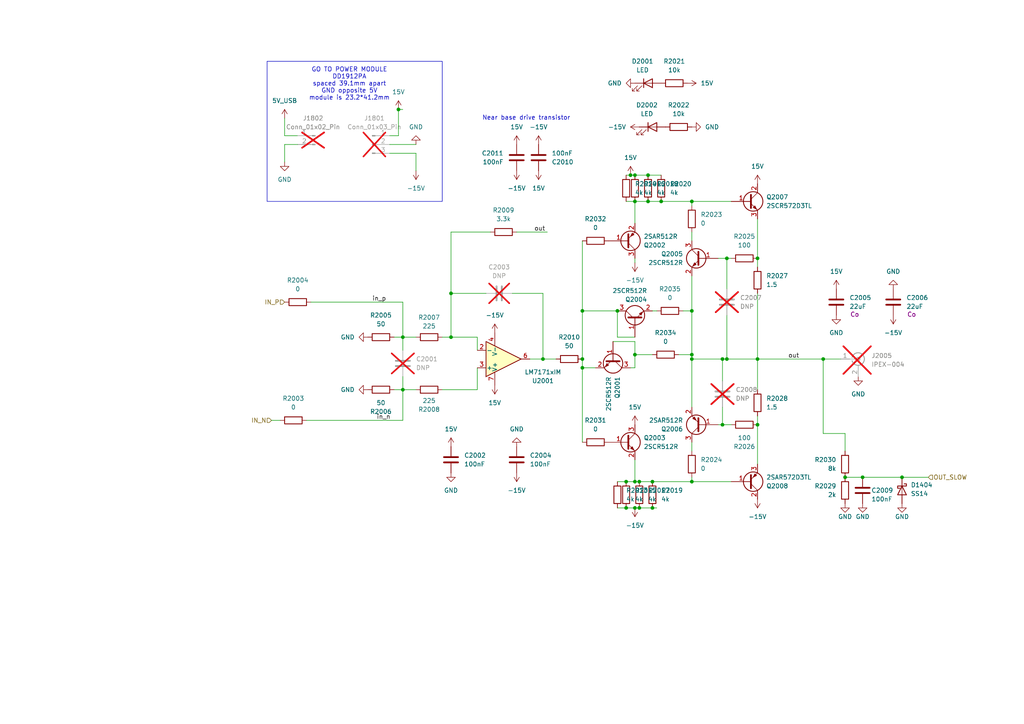
<source format=kicad_sch>
(kicad_sch (version 20250114) (generator "eeschema") (generator_version "9.0")
  (paper "A4")
  (lib_symbols
    (symbol "Amplifier_Operational:LM7171xIM" (pin_names (offset 0.127))
      (property "Reference" "U" (at 0 6.35 0))
      (property "Value" "LM7171xIM" (at 0 3.81 0))
      (symbol "LM7171xIM_1_1"
        (polyline (pts (xy -5.08 5.08) (xy 5.08 0) (xy -5.08 -5.08) (xy -5.08 5.08)) (stroke (width 0.254)) (fill (type background)))
        (pin input line (at -7.62 2.54 0) (length 2.54) (name "+") (number "3"))
        (pin input line (at -7.62 -2.54 0) (length 2.54) (name "-") (number "2"))
        (pin power_in line (at -2.54 7.62 270) (length 3.81) (name "V+") (number "7"))
        (pin power_in line (at -2.54 -7.62 90) (length 3.81) (name "V-") (number "4"))
        (pin no_connect line (at 0 2.54 270) (length 5.08) (hide yes) (name "NC") (number "1"))
        (pin no_connect line (at 0 -2.54 90) (length 5.08) (hide yes) (name "NC") (number "5"))
        (pin no_connect line (at 2.54 -1.27 90) (length 6.35) (hide yes) (name "NC") (number "8"))
        (pin output line (at 7.62 0 180) (length 2.54) (name "~") (number "6"))
      )
    )
    (symbol "Connector:Conn_01x02_Pin" (pin_names (offset 1.016) (hide yes))
      (property "Reference" "J" (at 0 2.54 0))
      (property "Value" "Conn_01x02_Pin" (at 0 -5.08 0))
      (symbol "Conn_01x02_Pin_1_1"
        (rectangle (start 0.8636 0.127) (end 0 -0.127) (stroke (width 0.1524)) (fill (type outline)))
        (rectangle (start 0.8636 -2.413) (end 0 -2.667) (stroke (width 0.1524)) (fill (type outline)))
        (polyline (pts (xy 1.27 0) (xy 0.8636 0)) (stroke (width 0.1524)))
        (polyline (pts (xy 1.27 -2.54) (xy 0.8636 -2.54)) (stroke (width 0.1524)))
        (pin passive line (at 5.08 0 180) (length 3.81) (name "Pin_1") (number "1"))
        (pin passive line (at 5.08 -2.54 180) (length 3.81) (name "Pin_2") (number "2"))
      )
    )
    (symbol "Connector:Conn_01x03_Pin" (pin_names (offset 1.016) (hide yes))
      (property "Reference" "J" (at 0 5.08 0))
      (property "Value" "Conn_01x03_Pin" (at 0 -5.08 0))
      (symbol "Conn_01x03_Pin_1_1"
        (rectangle (start 0.8636 2.667) (end 0 2.413) (stroke (width 0.1524)) (fill (type outline)))
        (rectangle (start 0.8636 0.127) (end 0 -0.127) (stroke (width 0.1524)) (fill (type outline)))
        (rectangle (start 0.8636 -2.413) (end 0 -2.667) (stroke (width 0.1524)) (fill (type outline)))
        (polyline (pts (xy 1.27 2.54) (xy 0.8636 2.54)) (stroke (width 0.1524)))
        (polyline (pts (xy 1.27 0) (xy 0.8636 0)) (stroke (width 0.1524)))
        (polyline (pts (xy 1.27 -2.54) (xy 0.8636 -2.54)) (stroke (width 0.1524)))
        (pin passive line (at 5.08 2.54 180) (length 3.81) (name "Pin_1") (number "1"))
        (pin passive line (at 5.08 0 180) (length 3.81) (name "Pin_2") (number "2"))
        (pin passive line (at 5.08 -2.54 180) (length 3.81) (name "Pin_3") (number "3"))
      )
    )
    (symbol "Connector:Conn_Coaxial" (pin_names (offset 1.016) (hide yes)) (in_bom no)
      (property "Reference" "J" (at 0.254 3.048 0))
      (property "Value" "Conn_Coaxial" (at 2.921 0 90))
      (symbol "Conn_Coaxial_0_1"
        (polyline (pts (xy -2.54 0) (xy -0.508 0)))
        (arc (start 1.778 0) (mid 0.222 -1.8079) (end -1.778 -0.508) (stroke (width 0.254)))
        (arc (start -1.778 0.508) (mid 0.2221 1.8084) (end 1.778 0) (stroke (width 0.254)))
        (circle (center 0 0) (radius 0.508) (stroke (width 0.2032)))
        (polyline (pts (xy 0 -2.54) (xy 0 -1.778)))
      )
      (symbol "Conn_Coaxial_1_1"
        (pin passive line (at -5.08 0 0) (length 2.54) (name "In") (number "1"))
        (pin passive line (at 0 -5.08 90) (length 2.54) (name "Ext") (number "2"))
      )
    )
    (symbol "Device:C" (pin_numbers (hide yes)) (pin_names (offset 0.254))
      (property "Reference" "C" (at 0.635 2.54 0))
      (property "Value" "C" (at 0.635 -2.54 0))
      (symbol "C_0_1"
        (polyline (pts (xy -2.032 0.762) (xy 2.032 0.762)) (stroke (width 0.508)))
        (polyline (pts (xy -2.032 -0.762) (xy 2.032 -0.762)) (stroke (width 0.508)))
      )
      (symbol "C_1_1"
        (pin passive line (at 0 3.81 270) (length 2.794) (name "~") (number "1"))
        (pin passive line (at 0 -3.81 90) (length 2.794) (name "~") (number "2"))
      )
    )
    (symbol "Device:D_Schottky" (pin_numbers (hide yes)) (pin_names (offset 1.016) (hide yes))
      (property "Reference" "D" (at 0 2.54 0))
      (property "Value" "D_Schottky" (at 0 -2.54 0))
      (symbol "D_Schottky_0_1"
        (polyline (pts (xy -1.905 0.635) (xy -1.905 1.27) (xy -1.27 1.27) (xy -1.27 -1.27) (xy -0.635 -1.27) (xy -0.635 -0.635)) (stroke (width 0.254)))
        (polyline (pts (xy 1.27 1.27) (xy 1.27 -1.27) (xy -1.27 0) (xy 1.27 1.27)) (stroke (width 0.254)))
        (polyline (pts (xy 1.27 0) (xy -1.27 0)))
      )
      (symbol "D_Schottky_1_1"
        (pin passive line (at -3.81 0 0) (length 2.54) (name "K") (number "1"))
        (pin passive line (at 3.81 0 180) (length 2.54) (name "A") (number "2"))
      )
    )
    (symbol "Device:LED" (pin_numbers (hide yes)) (pin_names (offset 1.016) (hide yes))
      (property "Reference" "D" (at 0 2.54 0))
      (property "Value" "LED" (at 0 -2.54 0))
      (symbol "LED_0_1"
        (polyline (pts (xy -3.048 -0.762) (xy -4.572 -2.286) (xy -3.81 -2.286) (xy -4.572 -2.286) (xy -4.572 -1.524)))
        (polyline (pts (xy -1.778 -0.762) (xy -3.302 -2.286) (xy -2.54 -2.286) (xy -3.302 -2.286) (xy -3.302 -1.524)))
        (polyline (pts (xy -1.27 0) (xy 1.27 0)))
        (polyline (pts (xy -1.27 -1.27) (xy -1.27 1.27)) (stroke (width 0.254)))
        (polyline (pts (xy 1.27 -1.27) (xy 1.27 1.27) (xy -1.27 0) (xy 1.27 -1.27)) (stroke (width 0.254)))
      )
      (symbol "LED_1_1"
        (pin passive line (at -3.81 0 0) (length 2.54) (name "K") (number "1"))
        (pin passive line (at 3.81 0 180) (length 2.54) (name "A") (number "2"))
      )
    )
    (symbol "Device:Q_NPN_BCE" (pin_names (offset 0) (hide yes))
      (property "Reference" "Q" (at 5.08 1.27 0))
      (property "Value" "Q_NPN_BCE" (at 5.08 -1.27 0))
      (symbol "Q_NPN_BCE_0_1"
        (polyline (pts (xy 0.635 1.905) (xy 0.635 -1.905) (xy 0.635 -1.905)) (stroke (width 0.508)))
        (polyline (pts (xy 0.635 0.635) (xy 2.54 2.54)))
        (polyline (pts (xy 0.635 -0.635) (xy 2.54 -2.54) (xy 2.54 -2.54)))
        (circle (center 1.27 0) (radius 2.8194) (stroke (width 0.254)))
        (polyline (pts (xy 1.27 -1.778) (xy 1.778 -1.27) (xy 2.286 -2.286) (xy 1.27 -1.778) (xy 1.27 -1.778)) (fill (type outline)))
      )
      (symbol "Q_NPN_BCE_1_1"
        (pin input line (at -5.08 0 0) (length 5.715) (name "B") (number "1"))
        (pin passive line (at 2.54 5.08 270) (length 2.54) (name "C") (number "2"))
        (pin passive line (at 2.54 -5.08 90) (length 2.54) (name "E") (number "3"))
      )
    )
    (symbol "Device:Q_NPN_BEC" (pin_names (offset 0) (hide yes))
      (property "Reference" "Q" (at 5.08 1.27 0))
      (property "Value" "Q_NPN_BEC" (at 5.08 -1.27 0))
      (symbol "Q_NPN_BEC_0_1"
        (polyline (pts (xy 0.635 1.905) (xy 0.635 -1.905) (xy 0.635 -1.905)) (stroke (width 0.508)))
        (polyline (pts (xy 0.635 0.635) (xy 2.54 2.54)))
        (polyline (pts (xy 0.635 -0.635) (xy 2.54 -2.54) (xy 2.54 -2.54)))
        (circle (center 1.27 0) (radius 2.8194) (stroke (width 0.254)))
        (polyline (pts (xy 1.27 -1.778) (xy 1.778 -1.27) (xy 2.286 -2.286) (xy 1.27 -1.778) (xy 1.27 -1.778)) (fill (type outline)))
      )
      (symbol "Q_NPN_BEC_1_1"
        (pin input line (at -5.08 0 0) (length 5.715) (name "B") (number "1"))
        (pin passive line (at 2.54 5.08 270) (length 2.54) (name "C") (number "3"))
        (pin passive line (at 2.54 -5.08 90) (length 2.54) (name "E") (number "2"))
      )
    )
    (symbol "Device:Q_PNP_BCE" (pin_names (offset 0) (hide yes))
      (property "Reference" "Q" (at 5.08 1.27 0))
      (property "Value" "Q_PNP_BCE" (at 5.08 -1.27 0))
      (symbol "Q_PNP_BCE_0_1"
        (polyline (pts (xy 0.635 1.905) (xy 0.635 -1.905) (xy 0.635 -1.905)) (stroke (width 0.508)))
        (polyline (pts (xy 0.635 0.635) (xy 2.54 2.54)))
        (polyline (pts (xy 0.635 -0.635) (xy 2.54 -2.54) (xy 2.54 -2.54)))
        (circle (center 1.27 0) (radius 2.8194) (stroke (width 0.254)))
        (polyline (pts (xy 2.286 -1.778) (xy 1.778 -2.286) (xy 1.27 -1.27) (xy 2.286 -1.778) (xy 2.286 -1.778)) (fill (type outline)))
      )
      (symbol "Q_PNP_BCE_1_1"
        (pin input line (at -5.08 0 0) (length 5.715) (name "B") (number "1"))
        (pin passive line (at 2.54 5.08 270) (length 2.54) (name "C") (number "2"))
        (pin passive line (at 2.54 -5.08 90) (length 2.54) (name "E") (number "3"))
      )
    )
    (symbol "Device:Q_PNP_BEC" (pin_names (offset 0) (hide yes))
      (property "Reference" "Q" (at 5.08 1.27 0))
      (property "Value" "Q_PNP_BEC" (at 5.08 -1.27 0))
      (symbol "Q_PNP_BEC_0_1"
        (polyline (pts (xy 0.635 1.905) (xy 0.635 -1.905) (xy 0.635 -1.905)) (stroke (width 0.508)))
        (polyline (pts (xy 0.635 0.635) (xy 2.54 2.54)))
        (polyline (pts (xy 0.635 -0.635) (xy 2.54 -2.54) (xy 2.54 -2.54)))
        (circle (center 1.27 0) (radius 2.8194) (stroke (width 0.254)))
        (polyline (pts (xy 2.286 -1.778) (xy 1.778 -2.286) (xy 1.27 -1.27) (xy 2.286 -1.778) (xy 2.286 -1.778)) (fill (type outline)))
      )
      (symbol "Q_PNP_BEC_1_1"
        (pin input line (at -5.08 0 0) (length 5.715) (name "B") (number "1"))
        (pin passive line (at 2.54 5.08 270) (length 2.54) (name "C") (number "3"))
        (pin passive line (at 2.54 -5.08 90) (length 2.54) (name "E") (number "2"))
      )
    )
    (symbol "Device:R" (pin_numbers (hide yes)) (pin_names (offset 0))
      (property "Reference" "R" (at 2.032 0 90))
      (property "Value" "R" (at 0 0 90))
      (symbol "R_0_1"
        (rectangle (start -1.016 -2.54) (end 1.016 2.54) (stroke (width 0.254)))
      )
      (symbol "R_1_1"
        (pin passive line (at 0 3.81 270) (length 1.27) (name "~") (number "1"))
        (pin passive line (at 0 -3.81 90) (length 1.27) (name "~") (number "2"))
      )
    )
    (symbol "power:GND" (power) (pin_names (offset 0))
      (property "Value" "GND" (at 0 -3.81 0))
      (symbol "GND_0_1"
        (polyline (pts (xy 0 0) (xy 0 -1.27) (xy 1.27 -1.27) (xy 0 -2.54) (xy -1.27 -1.27) (xy 0 -1.27)))
      )
      (symbol "GND_1_1"
        (pin power_in line (at 0 0 270) (length 0) (hide yes) (name "GND") (number "1"))
      )
    )
    (symbol "power:VCC" (power) (pin_names (offset 0))
      (property "Value" "VCC" (at 0 3.81 0))
      (symbol "VCC_0_1"
        (polyline (pts (xy -0.762 1.27) (xy 0 2.54)))
        (polyline (pts (xy 0 2.54) (xy 0.762 1.27)))
        (polyline (pts (xy 0 0) (xy 0 2.54)))
      )
      (symbol "VCC_1_1"
        (pin power_in line (at 0 0 90) (length 0) (hide yes) (name "VCC") (number "1"))
      )
    )
    (symbol "power:VDD" (power) (pin_names (offset 0))
      (property "Value" "VDD" (at 0 3.81 0))
      (symbol "VDD_0_1"
        (polyline (pts (xy -0.762 1.27) (xy 0 2.54)))
        (polyline (pts (xy 0 2.54) (xy 0.762 1.27)))
        (polyline (pts (xy 0 0) (xy 0 2.54)))
      )
      (symbol "VDD_1_1"
        (pin power_in line (at 0 0 90) (length 0) (hide yes) (name "VDD") (number "1"))
      )
    )
  )
  (rectangle (start 77.47 17.78) (end 128.27 58.42))
  (text "GO TO POWER MODULE\nDD1912PA\nspaced 39.1mm apart\nGND opposite 5V\nmodule is 23.2*41.2mm" (at 101.346 24.384 0) (effects (font (size 1.27 1.27))))
  (text "Near base drive transistor" (at 152.654 34.29 0) (effects (font (size 1.27 1.27))))
  (junction (at 168.91 106.68))
  (junction (at 200.66 58.42))
  (junction (at 189.23 139.7))
  (junction (at 168.91 104.14))
  (junction (at 116.84 97.79))
  (junction (at 184.15 147.32))
  (junction (at 191.77 58.42))
  (junction (at 157.48 104.14))
  (junction (at 181.61 147.32))
  (junction (at 200.66 102.87))
  (junction (at 179.07 90.17))
  (junction (at 219.71 74.93))
  (junction (at 238.76 104.14))
  (junction (at 189.23 147.32))
  (junction (at 219.71 123.19))
  (junction (at 200.66 104.14))
  (junction (at 115.57 31.75))
  (junction (at 184.15 58.42))
  (junction (at 210.82 104.14))
  (junction (at 184.15 139.7))
  (junction (at 209.55 104.14))
  (junction (at 181.61 139.7))
  (junction (at 200.66 139.7))
  (junction (at 187.96 58.42))
  (junction (at 182.88 50.8))
  (junction (at 185.42 139.7))
  (junction (at 261.62 138.43))
  (junction (at 168.91 90.17))
  (junction (at 130.81 97.79))
  (junction (at 116.84 113.03))
  (junction (at 209.55 123.19))
  (junction (at 187.96 50.8))
  (junction (at 250.19 138.43))
  (junction (at 184.15 50.8))
  (junction (at 185.42 147.32))
  (junction (at 245.11 138.43))
  (junction (at 210.82 74.93))
  (junction (at 184.15 102.87))
  (junction (at 200.66 90.17))
  (junction (at 130.81 85.09))
  (junction (at 219.71 104.14))
  (wire (pts (xy 90.17 87.63) (xy 116.84 87.63)))
  (wire (pts (xy 184.15 76.2) (xy 184.15 74.93)))
  (wire (pts (xy 179.07 97.79) (xy 184.15 97.79)))
  (wire (pts (xy 181.61 58.42) (xy 184.15 58.42)))
  (wire (pts (xy 184.15 133.35) (xy 184.15 139.7)))
  (wire (pts (xy 245.11 125.73) (xy 245.11 130.81)))
  (wire (pts (xy 120.65 49.53) (xy 120.65 44.45)))
  (wire (pts (xy 200.66 80.01) (xy 200.66 90.17)))
  (wire (pts (xy 200.66 58.42) (xy 212.09 58.42)))
  (wire (pts (xy 219.71 123.19) (xy 219.71 120.65)))
  (wire (pts (xy 184.15 147.32) (xy 185.42 147.32)))
  (wire (pts (xy 219.71 134.62) (xy 219.71 123.19)))
  (wire (pts (xy 114.3 97.79) (xy 116.84 97.79)))
  (wire (pts (xy 245.11 138.43) (xy 250.19 138.43)))
  (wire (pts (xy 116.84 121.92) (xy 116.84 113.03)))
  (wire (pts (xy 189.23 139.7) (xy 200.66 139.7)))
  (wire (pts (xy 184.15 102.87) (xy 189.23 102.87)))
  (wire (pts (xy 82.55 39.37) (xy 82.55 34.29)))
  (wire (pts (xy 179.07 147.32) (xy 181.61 147.32)))
  (wire (pts (xy 182.88 50.8) (xy 184.15 50.8)))
  (wire (pts (xy 209.55 123.19) (xy 208.28 123.19)))
  (wire (pts (xy 138.43 113.03) (xy 128.27 113.03)))
  (wire (pts (xy 200.66 58.42) (xy 200.66 59.69)))
  (wire (pts (xy 219.71 63.5) (xy 219.71 74.93)))
  (wire (pts (xy 114.3 113.03) (xy 116.84 113.03)))
  (wire (pts (xy 115.57 39.37) (xy 115.57 31.75)))
  (wire (pts (xy 86.36 41.91) (xy 82.55 41.91)))
  (wire (pts (xy 191.77 58.42) (xy 200.66 58.42)))
  (wire (pts (xy 219.71 74.93) (xy 219.71 77.47)))
  (wire (pts (xy 219.71 104.14) (xy 238.76 104.14)))
  (wire (pts (xy 82.55 41.91) (xy 82.55 46.99)))
  (wire (pts (xy 189.23 90.17) (xy 190.5 90.17)))
  (wire (pts (xy 185.42 139.7) (xy 189.23 139.7)))
  (wire (pts (xy 187.96 50.8) (xy 191.77 50.8)))
  (wire (pts (xy 185.42 147.32) (xy 189.23 147.32)))
  (wire (pts (xy 181.61 147.32) (xy 184.15 147.32)))
  (wire (pts (xy 116.84 113.03) (xy 120.65 113.03)))
  (wire (pts (xy 184.15 58.42) (xy 187.96 58.42)))
  (wire (pts (xy 148.59 85.09) (xy 157.48 85.09)))
  (wire (pts (xy 113.03 41.91) (xy 120.65 41.91)))
  (wire (pts (xy 200.66 130.81) (xy 200.66 128.27)))
  (wire (pts (xy 184.15 50.8) (xy 187.96 50.8)))
  (wire (pts (xy 198.12 90.17) (xy 200.66 90.17)))
  (wire (pts (xy 219.71 104.14) (xy 219.71 113.03)))
  (wire (pts (xy 212.09 74.93) (xy 210.82 74.93)))
  (wire (pts (xy 157.48 85.09) (xy 157.48 104.14)))
  (wire (pts (xy 168.91 90.17) (xy 168.91 104.14)))
  (wire (pts (xy 184.15 102.87) (xy 184.15 106.68)))
  (wire (pts (xy 181.61 139.7) (xy 184.15 139.7)))
  (wire (pts (xy 168.91 69.85) (xy 168.91 90.17)))
  (wire (pts (xy 200.66 139.7) (xy 200.66 138.43)))
  (wire (pts (xy 130.81 97.79) (xy 138.43 97.79)))
  (wire (pts (xy 210.82 104.14) (xy 219.71 104.14)))
  (wire (pts (xy 113.03 44.45) (xy 120.65 44.45)))
  (wire (pts (xy 184.15 99.06) (xy 184.15 102.87)))
  (wire (pts (xy 261.62 138.43) (xy 269.24 138.43)))
  (wire (pts (xy 210.82 74.93) (xy 210.82 83.82)))
  (wire (pts (xy 116.84 109.22) (xy 116.84 113.03)))
  (wire (pts (xy 142.24 67.31) (xy 130.81 67.31)))
  (wire (pts (xy 187.96 58.42) (xy 191.77 58.42)))
  (wire (pts (xy 181.61 50.8) (xy 182.88 50.8)))
  (wire (pts (xy 210.82 91.44) (xy 210.82 104.14)))
  (wire (pts (xy 179.07 90.17) (xy 179.07 97.79)))
  (wire (pts (xy 130.81 85.09) (xy 140.97 85.09)))
  (wire (pts (xy 157.48 104.14) (xy 161.29 104.14)))
  (wire (pts (xy 238.76 104.14) (xy 243.84 104.14)))
  (wire (pts (xy 113.03 39.37) (xy 115.57 39.37)))
  (wire (pts (xy 168.91 106.68) (xy 168.91 128.27)))
  (wire (pts (xy 116.84 97.79) (xy 120.65 97.79)))
  (wire (pts (xy 138.43 97.79) (xy 138.43 101.6)))
  (wire (pts (xy 184.15 139.7) (xy 185.42 139.7)))
  (wire (pts (xy 130.81 97.79) (xy 130.81 85.09)))
  (wire (pts (xy 168.91 104.14) (xy 168.91 106.68)))
  (wire (pts (xy 212.09 123.19) (xy 209.55 123.19)))
  (wire (pts (xy 200.66 139.7) (xy 212.09 139.7)))
  (wire (pts (xy 116.84 101.6) (xy 116.84 97.79)))
  (wire (pts (xy 128.27 97.79) (xy 130.81 97.79)))
  (wire (pts (xy 138.43 106.68) (xy 138.43 113.03)))
  (wire (pts (xy 182.88 106.68) (xy 184.15 106.68)))
  (wire (pts (xy 168.91 106.68) (xy 172.72 106.68)))
  (wire (pts (xy 189.23 147.32) (xy 190.5 147.32)))
  (wire (pts (xy 209.55 118.11) (xy 209.55 123.19)))
  (wire (pts (xy 200.66 118.11) (xy 200.66 104.14)))
  (wire (pts (xy 153.67 104.14) (xy 157.48 104.14)))
  (wire (pts (xy 238.76 104.14) (xy 238.76 125.73)))
  (wire (pts (xy 116.84 97.79) (xy 116.84 87.63)))
  (wire (pts (xy 209.55 104.14) (xy 210.82 104.14)))
  (wire (pts (xy 179.07 139.7) (xy 181.61 139.7)))
  (wire (pts (xy 177.8 99.06) (xy 184.15 99.06)))
  (wire (pts (xy 209.55 104.14) (xy 209.55 110.49)))
  (wire (pts (xy 130.81 67.31) (xy 130.81 85.09)))
  (wire (pts (xy 88.9 121.92) (xy 116.84 121.92)))
  (wire (pts (xy 184.15 64.77) (xy 184.15 58.42)))
  (wire (pts (xy 210.82 74.93) (xy 208.28 74.93)))
  (wire (pts (xy 219.71 104.14) (xy 219.71 85.09)))
  (wire (pts (xy 86.36 39.37) (xy 82.55 39.37)))
  (wire (pts (xy 149.86 67.31) (xy 158.75 67.31)))
  (wire (pts (xy 238.76 125.73) (xy 245.11 125.73)))
  (wire (pts (xy 196.85 102.87) (xy 200.66 102.87)))
  (wire (pts (xy 200.66 67.31) (xy 200.66 69.85)))
  (wire (pts (xy 168.91 90.17) (xy 179.07 90.17)))
  (wire (pts (xy 200.66 104.14) (xy 209.55 104.14)))
  (wire (pts (xy 200.66 90.17) (xy 200.66 102.87)))
  (wire (pts (xy 250.19 138.43) (xy 261.62 138.43)))
  (wire (pts (xy 78.74 121.92) (xy 81.28 121.92)))
  (wire (pts (xy 115.57 31.75) (xy 116.84 31.75)))
  (wire (pts (xy 200.66 102.87) (xy 200.66 104.14)))
  (label "in_p" (at 107.95 87.63 0))
  (label "out" (at 154.94 67.31 0))
  (label "in_n" (at 109.22 121.92 0))
  (label "out" (at 228.6 104.14 0))
  (hierarchical_label "IN_P" (shape input) (at 82.55 87.63 180))
  (hierarchical_label "IN_N" (shape input) (at 78.74 121.92 180))
  (hierarchical_label "OUT_SLOW" (shape input) (at 269.24 138.43 0))
  (symbol (lib_id "Device:C") (at 210.82 87.63 0) (unit 1) (in_bom no) (dnp yes)
    (property "Reference" "C2007" (at 214.63 86.3599 0) (effects (justify left)))
    (property "Value" "DNP" (at 214.63 88.8999 0) (effects (justify left)))
    (property "Footprint" "Capacitor_SMD:C_0603_1608Metric" (effects (hide yes)))
    (property "LCSC" "C1634" (effects (hide yes)))
  )
  (symbol (lib_id "power:GND") (at 250.19 146.05 0) (mirror y) (unit 1)
    (property "Reference" "#PWR01405" (effects (hide yes)))
    (property "Value" "GND" (at 250.19 149.86 0))
  )
  (symbol (lib_id "power:VCC") (at 219.71 53.34 0) (unit 1)
    (property "Reference" "#PWR02023" (effects (hide yes)))
    (property "Value" "15V" (at 219.71 48.26 0))
  )
  (symbol (lib_id "Device:C") (at 130.81 133.35 0) (unit 1)
    (property "Reference" "C2002" (at 134.62 132.0799 0) (effects (justify left)))
    (property "Value" "100nF" (at 134.62 134.6199 0) (effects (justify left)))
    (property "Footprint" "Capacitor_SMD:C_0603_1608Metric" (effects (hide yes)))
    (property "LCSC" "C1634" (effects (hide yes)))
  )
  (symbol (lib_id "Device:R") (at 245.11 142.24 0) (mirror y) (unit 1)
    (property "Reference" "R2029" (at 242.57 140.9699 0) (effects (justify left)))
    (property "Value" "2k" (at 242.57 143.5099 0) (effects (justify left)))
    (property "Footprint" "Resistor_SMD:R_0603_1608Metric" (effects (hide yes)))
  )
  (symbol (lib_id "Device:R") (at 181.61 143.51 0) (unit 1)
    (property "Reference" "R2015" (at 184.15 142.2399 0) (effects (justify left)))
    (property "Value" "4k" (at 184.15 144.7799 0) (effects (justify left)))
    (property "Footprint" "Resistor_SMD:R_0603_1608Metric" (effects (hide yes)))
    (property "LCSC" "C23138" (effects (hide yes)))
  )
  (symbol (lib_id "power:VCC") (at 199.39 24.13 270) (unit 1)
    (property "Reference" "#PWR02014" (effects (hide yes)))
    (property "Value" "15V" (at 203.2 24.1299 90) (effects (justify left)))
  )
  (symbol (lib_id "Device:C") (at 242.57 87.63 0) (unit 1)
    (property "Reference" "C2005" (at 246.38 86.3599 0) (effects (justify left)))
    (property "Value" "22uF" (at 246.38 88.8999 0) (effects (justify left)))
    (property "Footprint" "Capacitor_SMD:C_1206_3216Metric" (effects (hide yes)))
    (property "Description" "Co" (at 247.904 91.186 0))
    (property "LCSC" "https://jlcpcb.com/partdetail/13537-CL31A226KAHNNNE/C12891" (effects (hide yes)))
  )
  (symbol (lib_id "power:VDD") (at 185.42 36.83 90) (unit 1)
    (property "Reference" "#PWR02022" (effects (hide yes)))
    (property "Value" "-15V" (at 181.61 36.8299 90) (effects (justify left)))
  )
  (symbol (lib_id "Device:C") (at 250.19 142.24 0) (unit 1)
    (property "Reference" "C2009" (at 252.73 142.2399 0) (effects (justify left)))
    (property "Value" "100nF" (at 252.73 144.7799 0) (effects (justify left)))
    (property "Footprint" "Capacitor_SMD:C_0603_1608Metric" (effects (hide yes)))
    (property "LCSC" "C1634" (effects (hide yes)))
  )
  (symbol (lib_id "Device:R") (at 245.11 134.62 0) (mirror y) (unit 1)
    (property "Reference" "R2030" (at 242.57 133.3499 0) (effects (justify left)))
    (property "Value" "8k" (at 242.57 135.8899 0) (effects (justify left)))
    (property "Footprint" "Resistor_SMD:R_0603_1608Metric" (effects (hide yes)))
    (property "LCSC" "C23138" (effects (hide yes)))
  )
  (symbol (lib_id "power:VCC") (at 115.57 31.75 0) (mirror y) (unit 1)
    (property "Reference" "#PWR02032" (effects (hide yes)))
    (property "Value" "15V" (at 115.57 26.67 0))
  )
  (symbol (lib_id "Device:R") (at 196.85 36.83 90) (unit 1)
    (property "Reference" "R2022" (at 196.85 30.48 90))
    (property "Value" "10k" (at 196.85 33.02 90))
    (property "Footprint" "Resistor_SMD:R_0603_1608Metric" (effects (hide yes)))
    (property "LCSC" "C25804" (effects (hide yes)))
  )
  (symbol (lib_id "Device:C") (at 116.84 105.41 0) (unit 1) (in_bom no) (dnp yes)
    (property "Reference" "C2001" (at 120.65 104.1399 0) (effects (justify left)))
    (property "Value" "DNP" (at 120.65 106.6799 0) (effects (justify left)))
    (property "Footprint" "Capacitor_SMD:C_0603_1608Metric" (effects (hide yes)))
    (property "LCSC" "C21120" (effects (hide yes)))
  )
  (symbol (lib_id "Device:Q_NPN_BEC") (at 181.61 128.27 0) (unit 1)
    (property "Reference" "Q2003" (at 186.69 126.9999 0) (effects (justify left)))
    (property "Value" "2SCR512R" (at 186.69 129.5399 0) (effects (justify left)))
    (property "Footprint" "Package_TO_SOT_SMD:SOT-23" (effects (hide yes)))
    (property "Description" "NPN transistor, base/emitter/collector" (effects (hide yes)))
  )
  (symbol (lib_id "power:VDD") (at 149.86 137.16 0) (mirror x) (unit 1)
    (property "Reference" "#PWR02016" (effects (hide yes)))
    (property "Value" "-15V" (at 149.86 142.24 0))
  )
  (symbol (lib_id "Device:R") (at 172.72 128.27 90) (unit 1)
    (property "Reference" "R2031" (at 172.72 121.92 90))
    (property "Value" "0" (at 172.72 124.46 90))
    (property "Footprint" "Resistor_SMD:R_0603_1608Metric" (effects (hide yes)))
    (property "LCSC" "C21189" (effects (hide yes)))
  )
  (symbol (lib_id "power:GND") (at 184.15 24.13 270) (unit 1)
    (property "Reference" "#PWR02021" (effects (hide yes)))
    (property "Value" "GND" (at 180.34 24.13 90) (effects (justify right)))
  )
  (symbol (lib_id "Device:R") (at 200.66 134.62 0) (unit 1)
    (property "Reference" "R2024" (at 203.2 133.3499 0) (effects (justify left)))
    (property "Value" "0" (at 203.2 135.8899 0) (effects (justify left)))
    (property "Footprint" "Resistor_SMD:R_0603_1608Metric" (effects (hide yes)))
    (property "LCSC" "C21189" (effects (hide yes)))
  )
  (symbol (lib_id "Device:LED") (at 189.23 36.83 0) (unit 1)
    (property "Reference" "D2002" (at 187.6425 30.48 0))
    (property "Value" "LED" (at 187.6425 33.02 0))
    (property "Footprint" "Diode_SMD:D_0603_1608Metric" (effects (hide yes)))
    (property "LCSC" "C2286" (effects (hide yes)))
  )
  (symbol (lib_id "Device:C") (at 259.08 87.63 0) (unit 1)
    (property "Reference" "C2006" (at 262.89 86.3599 0) (effects (justify left)))
    (property "Value" "22uF" (at 262.89 88.8999 0) (effects (justify left)))
    (property "Footprint" "Capacitor_SMD:C_1206_3216Metric" (effects (hide yes)))
    (property "Description" "Co" (at 264.414 91.186 0))
    (property "LCSC" "https://jlcpcb.com/partdetail/13537-CL31A226KAHNNNE/C12891" (effects (hide yes)))
  )
  (symbol (lib_id "Device:Q_NPN_BEC") (at 203.2 74.93 0) (mirror y) (unit 1)
    (property "Reference" "Q2005" (at 198.12 73.6599 0) (effects (justify left)))
    (property "Value" "2SCR512R" (at 198.12 76.1999 0) (effects (justify left)))
    (property "Footprint" "Package_TO_SOT_SMD:SOT-23" (effects (hide yes)))
    (property "Description" "NPN transistor, base/emitter/collector" (effects (hide yes)))
  )
  (symbol (lib_id "power:GND") (at 82.55 46.99 0) (mirror y) (unit 1)
    (property "Reference" "#PWR02034" (effects (hide yes)))
    (property "Value" "GND" (at 82.55 52.07 0))
  )
  (symbol (lib_id "power:GND") (at 106.68 97.79 270) (unit 1)
    (property "Reference" "#PWR02006" (effects (hide yes)))
    (property "Value" "GND" (at 102.87 97.7899 90) (effects (justify right)))
  )
  (symbol (lib_id "Device:R") (at 181.61 54.61 0) (unit 1)
    (property "Reference" "R2014" (at 184.15 53.3399 0) (effects (justify left)))
    (property "Value" "4k" (at 184.15 55.8799 0) (effects (justify left)))
    (property "Footprint" "Resistor_SMD:R_0603_1608Metric" (effects (hide yes)))
    (property "LCSC" "C23138" (effects (hide yes)))
  )
  (symbol (lib_id "Device:R") (at 187.96 54.61 0) (unit 1)
    (property "Reference" "R2018" (at 190.5 53.3399 0) (effects (justify left)))
    (property "Value" "4k" (at 190.5 55.8799 0) (effects (justify left)))
    (property "Footprint" "Resistor_SMD:R_0603_1608Metric" (effects (hide yes)))
    (property "LCSC" "C23138" (effects (hide yes)))
  )
  (symbol (lib_id "Device:R") (at 124.46 113.03 270) (mirror x) (unit 1)
    (property "Reference" "R2008" (at 124.46 118.7564 90))
    (property "Value" "225" (at 124.46 116.2164 90))
    (property "Footprint" "Resistor_SMD:R_0603_1608Metric" (effects (hide yes)))
    (property "LCSC" "C22962" (effects (hide yes)))
  )
  (symbol (lib_id "power:VCC") (at 149.86 41.91 0) (unit 1)
    (property "Reference" "#PWR02038" (effects (hide yes)))
    (property "Value" "15V" (at 149.86 36.83 0))
  )
  (symbol (lib_id "Device:R") (at 110.49 113.03 270) (mirror x) (unit 1)
    (property "Reference" "R2006" (at 110.49 119.38 90))
    (property "Value" "50" (at 110.49 116.84 90))
    (property "Footprint" "Resistor_SMD:R_0603_1608Metric" (effects (hide yes)))
    (property "LCSC" "C23185" (effects (hide yes)))
  )
  (symbol (lib_id "power:GND") (at 245.11 146.05 0) (mirror y) (unit 1)
    (property "Reference" "#PWR01406" (effects (hide yes)))
    (property "Value" "GND" (at 245.11 149.86 0))
  )
  (symbol (lib_id "power:GND") (at 120.65 41.91 0) (mirror x) (unit 1)
    (property "Reference" "#PWR02011" (effects (hide yes)))
    (property "Value" "GND" (at 120.65 36.83 0))
  )
  (symbol (lib_id "Device:R") (at 219.71 81.28 0) (unit 1)
    (property "Reference" "R2027" (at 222.25 80.0099 0) (effects (justify left)))
    (property "Value" "1.5" (at 222.25 82.5499 0) (effects (justify left)))
    (property "Footprint" "Resistor_SMD:R_0603_1608Metric" (effects (hide yes)))
  )
  (symbol (lib_id "Device:R") (at 85.09 121.92 270) (unit 1)
    (property "Reference" "R2003" (at 85.09 115.57 90))
    (property "Value" "0" (at 85.09 118.11 90))
    (property "Footprint" "Resistor_SMD:R_0603_1608Metric" (effects (hide yes)))
    (property "LCSC" "C21189" (effects (hide yes)))
  )
  (symbol (lib_id "Device:R") (at 86.36 87.63 270) (unit 1)
    (property "Reference" "R2004" (at 86.36 81.28 90))
    (property "Value" "0" (at 86.36 83.82 90))
    (property "Footprint" "Resistor_SMD:R_0603_1608Metric" (effects (hide yes)))
    (property "LCSC" "C21189" (effects (hide yes)))
  )
  (symbol (lib_id "Device:C") (at 149.86 45.72 0) (mirror y) (unit 1)
    (property "Reference" "C2011" (at 146.05 44.4499 0) (effects (justify left)))
    (property "Value" "100nF" (at 146.05 46.9899 0) (effects (justify left)))
    (property "Footprint" "Capacitor_SMD:C_0603_1608Metric" (effects (hide yes)))
    (property "LCSC" "C1634" (effects (hide yes)))
  )
  (symbol (lib_id "Device:R") (at 189.23 143.51 0) (unit 1)
    (property "Reference" "R2019" (at 191.77 142.2399 0) (effects (justify left)))
    (property "Value" "4k" (at 191.77 144.7799 0) (effects (justify left)))
    (property "Footprint" "Resistor_SMD:R_0603_1608Metric" (effects (hide yes)))
    (property "LCSC" "C23138" (effects (hide yes)))
  )
  (symbol (lib_id "Device:R") (at 215.9 74.93 270) (unit 1)
    (property "Reference" "R2025" (at 215.9 68.58 90))
    (property "Value" "100" (at 215.9 71.12 90))
    (property "Footprint" "Resistor_SMD:R_0603_1608Metric" (effects (hide yes)))
    (property "LCSC" "C22775" (effects (hide yes)))
  )
  (symbol (lib_id "Device:R") (at 172.72 69.85 90) (unit 1)
    (property "Reference" "R2032" (at 172.72 63.5 90))
    (property "Value" "0" (at 172.72 66.04 90))
    (property "Footprint" "Resistor_SMD:R_0603_1608Metric" (effects (hide yes)))
    (property "LCSC" "C21189" (effects (hide yes)))
  )
  (symbol (lib_id "Device:R") (at 194.31 90.17 90) (unit 1)
    (property "Reference" "R2035" (at 194.31 83.82 90))
    (property "Value" "0" (at 194.31 86.36 90))
    (property "Footprint" "Resistor_SMD:R_0603_1608Metric" (effects (hide yes)))
    (property "LCSC" "C21189" (effects (hide yes)))
  )
  (symbol (lib_id "Device:Q_NPN_BCE") (at 217.17 58.42 0) (unit 1)
    (property "Reference" "Q2007" (at 222.25 57.1499 0) (effects (justify left)))
    (property "Value" "2SCR572D3TL" (at 222.25 59.6899 0) (effects (justify left)))
    (property "Footprint" "Package_TO_SOT_SMD:TO-252-2" (effects (hide yes)))
    (property "Description" "NPN transistor, base/collector/emitter" (effects (hide yes)))
  )
  (symbol (lib_id "Device:R") (at 185.42 143.51 0) (unit 1)
    (property "Reference" "R2017" (at 187.96 142.2399 0) (effects (justify left)))
    (property "Value" "4k" (at 187.96 144.7799 0) (effects (justify left)))
    (property "Footprint" "Resistor_SMD:R_0603_1608Metric" (effects (hide yes)))
    (property "LCSC" "C23138" (effects (hide yes)))
  )
  (symbol (lib_id "power:GND") (at 261.62 146.05 0) (mirror y) (unit 1)
    (property "Reference" "#PWR01404" (effects (hide yes)))
    (property "Value" "GND" (at 261.62 149.86 0))
  )
  (symbol (lib_id "Device:R") (at 195.58 24.13 90) (unit 1)
    (property "Reference" "R2021" (at 195.58 17.78 90))
    (property "Value" "10k" (at 195.58 20.32 90))
    (property "Footprint" "Resistor_SMD:R_0603_1608Metric" (effects (hide yes)))
    (property "LCSC" "C25804" (effects (hide yes)))
  )
  (symbol (lib_id "power:GND") (at 242.57 91.44 0) (unit 1)
    (property "Reference" "#PWR02028" (effects (hide yes)))
    (property "Value" "GND" (at 242.57 96.52 0))
  )
  (symbol (lib_id "power:VDD") (at 143.51 96.52 0) (unit 1)
    (property "Reference" "#PWR02013" (effects (hide yes)))
    (property "Value" "-15V" (at 143.51 91.44 0))
  )
  (symbol (lib_id "Amplifier_Operational:LM7171xIM") (at 146.05 104.14 0) (mirror x) (unit 1)
    (property "Reference" "U2001" (at 157.48 110.4586 0))
    (property "Value" "LM7171xIM" (at 157.48 107.9186 0))
    (property "Footprint" "Package_SO:SOIC-8_3.9x4.9mm_P1.27mm" (effects (hide yes)))
    (property "Datasheet" "https://www.ti.com/lit/ds/symlink/lm7171.pdf" (effects (hide yes)))
    (property "Description" "Single Very High Speed High Output Current Voltage Feedback Amplifier, SOIC-8" (effects (hide yes)))
    (property "LCSC" "C111821" (effects (hide yes)))
  )
  (symbol (lib_id "Device:C") (at 209.55 114.3 0) (unit 1) (in_bom no) (dnp yes)
    (property "Reference" "C2008" (at 213.36 113.0299 0) (effects (justify left)))
    (property "Value" "DNP" (at 213.36 115.5699 0) (effects (justify left)))
    (property "Footprint" "Capacitor_SMD:C_0603_1608Metric" (effects (hide yes)))
    (property "LCSC" "C1634" (effects (hide yes)))
  )
  (symbol (lib_id "Device:R") (at 193.04 102.87 90) (unit 1)
    (property "Reference" "R2034" (at 193.04 96.52 90))
    (property "Value" "0" (at 193.04 99.06 90))
    (property "Footprint" "Resistor_SMD:R_0603_1608Metric" (effects (hide yes)))
    (property "LCSC" "C21189" (effects (hide yes)))
  )
  (symbol (lib_id "power:GND") (at 130.81 137.16 0) (unit 1)
    (property "Reference" "#PWR02010" (effects (hide yes)))
    (property "Value" "GND" (at 130.81 142.24 0))
  )
  (symbol (lib_id "Device:R") (at 215.9 123.19 270) (mirror x) (unit 1)
    (property "Reference" "R2026" (at 215.9 129.54 90))
    (property "Value" "100" (at 215.9 127 90))
    (property "Footprint" "Resistor_SMD:R_0603_1608Metric" (effects (hide yes)))
    (property "LCSC" "C22775" (effects (hide yes)))
  )
  (symbol (lib_id "power:VDD") (at 156.21 41.91 0) (mirror y) (unit 1)
    (property "Reference" "#PWR02037" (effects (hide yes)))
    (property "Value" "-15V" (at 156.21 36.83 0))
  )
  (symbol (lib_id "power:VCC") (at 182.88 50.8 0) (unit 1)
    (property "Reference" "#PWR02017" (effects (hide yes)))
    (property "Value" "15V" (at 182.88 45.72 0))
  )
  (symbol (lib_id "power:VDD") (at 219.71 144.78 180) (unit 1)
    (property "Reference" "#PWR02020" (effects (hide yes)))
    (property "Value" "-15V" (at 219.71 149.86 0))
  )
  (symbol (lib_id "Device:Q_PNP_BCE") (at 217.17 139.7 0) (mirror x) (unit 1)
    (property "Reference" "Q2008" (at 222.25 140.9701 0) (effects (justify left)))
    (property "Value" "2SAR572D3TL" (at 222.25 138.4301 0) (effects (justify left)))
    (property "Footprint" "Package_TO_SOT_SMD:TO-252-2" (effects (hide yes)))
    (property "Description" "PNP transistor, base/collector/emitter" (effects (hide yes)))
  )
  (symbol (lib_id "power:VCC") (at 143.51 111.76 180) (unit 1)
    (property "Reference" "#PWR02012" (effects (hide yes)))
    (property "Value" "15V" (at 143.51 116.84 0))
  )
  (symbol (lib_id "Device:C") (at 156.21 45.72 0) (mirror x) (unit 1)
    (property "Reference" "C2010" (at 160.02 46.9901 0) (effects (justify left)))
    (property "Value" "100nF" (at 160.02 44.4501 0) (effects (justify left)))
    (property "Footprint" "Capacitor_SMD:C_0603_1608Metric" (effects (hide yes)))
    (property "LCSC" "C1634" (effects (hide yes)))
  )
  (symbol (lib_id "Device:LED") (at 187.96 24.13 0) (unit 1)
    (property "Reference" "D2001" (at 186.3725 17.78 0))
    (property "Value" "LED" (at 186.3725 20.32 0))
    (property "Footprint" "Diode_SMD:D_0603_1608Metric" (effects (hide yes)))
    (property "LCSC" "C2286" (effects (hide yes)))
  )
  (symbol (lib_id "Device:R") (at 184.15 54.61 0) (unit 1)
    (property "Reference" "R2016" (at 186.69 53.3399 0) (effects (justify left)))
    (property "Value" "4k" (at 186.69 55.8799 0) (effects (justify left)))
    (property "Footprint" "Resistor_SMD:R_0603_1608Metric" (effects (hide yes)))
    (property "LCSC" "C23138" (effects (hide yes)))
  )
  (symbol (lib_id "Device:R") (at 124.46 97.79 270) (unit 1)
    (property "Reference" "R2007" (at 124.46 92.0636 90))
    (property "Value" "225" (at 124.46 94.6036 90))
    (property "Footprint" "Resistor_SMD:R_0603_1608Metric" (effects (hide yes)))
    (property "LCSC" "C22962" (effects (hide yes)))
  )
  (symbol (lib_id "Device:C") (at 144.78 85.09 270) (unit 1) (in_bom no) (dnp yes)
    (property "Reference" "C2003" (at 144.78 77.47 90))
    (property "Value" "DNP" (at 144.78 80.01 90))
    (property "Footprint" "Capacitor_SMD:C_0603_1608Metric" (effects (hide yes)))
    (property "LCSC" "C1634" (effects (hide yes)))
  )
  (symbol (lib_id "power:GND") (at 200.66 36.83 90) (unit 1)
    (property "Reference" "#PWR02024" (effects (hide yes)))
    (property "Value" "GND" (at 204.47 36.83 90) (effects (justify right)))
  )
  (symbol (lib_id "power:GND") (at 106.68 113.03 270) (mirror x) (unit 1)
    (property "Reference" "#PWR02007" (effects (hide yes)))
    (property "Value" "GND" (at 102.87 113.0301 90) (effects (justify right)))
  )
  (symbol (lib_id "power:VDD") (at 82.55 34.29 0) (unit 1)
    (property "Reference" "#PWR02035" (effects (hide yes)))
    (property "Value" "5V_USB" (at 82.55 29.21 0))
  )
  (symbol (lib_id "Device:Q_NPN_BEC") (at 177.8 104.14 270) (unit 1)
    (property "Reference" "Q2001" (at 179.0701 109.22 0) (effects (justify left)))
    (property "Value" "2SCR512R" (at 176.5301 109.22 0) (effects (justify left)))
    (property "Footprint" "Package_TO_SOT_SMD:SOT-23" (effects (hide yes)))
    (property "Description" "NPN transistor, base/emitter/collector" (effects (hide yes)))
  )
  (symbol (lib_id "power:GND") (at 259.08 83.82 180) (unit 1)
    (property "Reference" "#PWR02029" (effects (hide yes)))
    (property "Value" "GND" (at 259.08 78.74 0))
  )
  (symbol (lib_id "Device:R") (at 110.49 97.79 270) (unit 1)
    (property "Reference" "R2005" (at 110.49 91.44 90))
    (property "Value" "50" (at 110.49 93.98 90))
    (property "Footprint" "Resistor_SMD:R_0603_1608Metric" (effects (hide yes)))
    (property "LCSC" "C23185" (effects (hide yes)))
  )
  (symbol (lib_id "Device:C") (at 149.86 133.35 0) (unit 1)
    (property "Reference" "C2004" (at 153.67 132.0799 0) (effects (justify left)))
    (property "Value" "100nF" (at 153.67 134.6199 0) (effects (justify left)))
    (property "Footprint" "Capacitor_SMD:C_0603_1608Metric" (effects (hide yes)))
    (property "LCSC" "C1634" (effects (hide yes)))
  )
  (symbol (lib_id "power:GND") (at 149.86 129.54 180) (unit 1)
    (property "Reference" "#PWR02015" (effects (hide yes)))
    (property "Value" "GND" (at 149.86 124.46 0))
  )
  (symbol (lib_id "power:VDD") (at 120.65 49.53 0) (mirror x) (unit 1)
    (property "Reference" "#PWR02033" (effects (hide yes)))
    (property "Value" "-15V" (at 120.65 54.61 0))
  )
  (symbol (lib_id "Device:Q_PNP_BEC") (at 181.61 69.85 0) (mirror x) (unit 1)
    (property "Reference" "Q2002" (at 186.69 71.1201 0) (effects (justify left)))
    (property "Value" "2SAR512R" (at 186.69 68.5801 0) (effects (justify left)))
    (property "Footprint" "Package_TO_SOT_SMD:SOT-23" (effects (hide yes)))
    (property "Description" "PNP transistor, base/emitter/collector" (effects (hide yes)))
  )
  (symbol (lib_id "Device:R") (at 191.77 54.61 0) (unit 1)
    (property "Reference" "R2020" (at 194.31 53.3399 0) (effects (justify left)))
    (property "Value" "4k" (at 194.31 55.8799 0) (effects (justify left)))
    (property "Footprint" "Resistor_SMD:R_0603_1608Metric" (effects (hide yes)))
    (property "LCSC" "C23138" (effects (hide yes)))
  )
  (symbol (lib_id "Connector:Conn_Coaxial") (at 248.92 104.14 0) (unit 1) (in_bom no) (dnp yes)
    (property "Reference" "J2005" (at 252.73 103.1632 0) (effects (justify left)))
    (property "Value" "IPEX-004" (at 252.73 105.7032 0) (effects (justify left)))
    (property "Footprint" "Connector_Coaxial:SMA_Amphenol_132289_EdgeMount" (effects (hide yes)))
    (property "Datasheet" " ~" (effects (hide yes)))
  )
  (symbol (lib_id "power:VDD") (at 259.08 91.44 180) (unit 1)
    (property "Reference" "#PWR02030" (effects (hide yes)))
    (property "Value" "-15V" (at 259.08 96.52 0))
  )
  (symbol (lib_id "power:VCC") (at 184.15 123.19 0) (unit 1)
    (property "Reference" "#PWR02019" (effects (hide yes)))
    (property "Value" "15V" (at 184.15 118.11 0))
  )
  (symbol (lib_id "Device:R") (at 219.71 116.84 0) (unit 1)
    (property "Reference" "R2028" (at 222.25 115.5699 0) (effects (justify left)))
    (property "Value" "1.5" (at 222.25 118.1099 0) (effects (justify left)))
    (property "Footprint" "Resistor_SMD:R_0603_1608Metric" (effects (hide yes)))
  )
  (symbol (lib_id "power:VCC") (at 156.21 49.53 180) (unit 1)
    (property "Reference" "#PWR02039" (effects (hide yes)))
    (property "Value" "15V" (at 156.21 54.61 0))
  )
  (symbol (lib_id "Connector:Conn_01x03_Pin") (at 107.95 41.91 0) (unit 1) (in_bom no) (dnp yes)
    (property "Reference" "J1801" (at 108.585 34.29 0))
    (property "Value" "Conn_01x03_Pin" (at 108.585 36.83 0))
    (property "Footprint" "Connector_PinHeader_2.54mm:PinHeader_1x03_P2.54mm_Vertical" (effects (hide yes)))
    (property "Description" "Generic connector, single row, 01x03, script generated" (effects (hide yes)))
  )
  (symbol (lib_id "Device:Q_NPN_BEC") (at 184.15 92.71 90) (unit 1)
    (property "Reference" "Q2004" (at 187.706 86.868 90) (effects (justify left)))
    (property "Value" "2SCR512R" (at 187.706 84.328 90) (effects (justify left)))
    (property "Footprint" "Package_TO_SOT_SMD:SOT-23" (effects (hide yes)))
    (property "Description" "NPN transistor, base/emitter/collector" (effects (hide yes)))
  )
  (symbol (lib_id "Device:Q_PNP_BEC") (at 203.2 123.19 180) (unit 1)
    (property "Reference" "Q2006" (at 198.12 124.4601 0) (effects (justify left)))
    (property "Value" "2SAR512R" (at 198.12 121.9201 0) (effects (justify left)))
    (property "Footprint" "Package_TO_SOT_SMD:SOT-23" (effects (hide yes)))
    (property "Description" "PNP transistor, base/emitter/collector" (effects (hide yes)))
  )
  (symbol (lib_id "Device:R") (at 200.66 63.5 0) (unit 1)
    (property "Reference" "R2023" (at 203.2 62.2299 0) (effects (justify left)))
    (property "Value" "0" (at 203.2 64.7699 0) (effects (justify left)))
    (property "Footprint" "Resistor_SMD:R_0603_1608Metric" (effects (hide yes)))
    (property "LCSC" "C21189" (effects (hide yes)))
  )
  (symbol (lib_id "power:VDD") (at 149.86 49.53 0) (mirror x) (unit 1)
    (property "Reference" "#PWR02040" (effects (hide yes)))
    (property "Value" "-15V" (at 149.86 54.61 0))
  )
  (symbol (lib_id "Device:R") (at 165.1 104.14 270) (unit 1)
    (property "Reference" "R2010" (at 165.1 97.79 90))
    (property "Value" "50" (at 165.1 100.33 90))
    (property "Footprint" "Resistor_SMD:R_0603_1608Metric" (effects (hide yes)))
    (property "LCSC" "C23185" (effects (hide yes)))
  )
  (symbol (lib_id "power:VDD") (at 184.15 76.2 180) (unit 1)
    (property "Reference" "#PWR02018" (effects (hide yes)))
    (property "Value" "-15V" (at 184.15 81.28 0))
  )
  (symbol (lib_id "Device:R") (at 146.05 67.31 90) (unit 1)
    (property "Reference" "R2009" (at 146.05 60.96 90))
    (property "Value" "3.3k" (at 146.05 63.5 90))
    (property "Footprint" "Resistor_SMD:R_0603_1608Metric" (effects (hide yes)))
    (property "LCSC" "C22975" (effects (hide yes)))
  )
  (symbol (lib_id "power:VCC") (at 242.57 83.82 0) (unit 1)
    (property "Reference" "#PWR02027" (effects (hide yes)))
    (property "Value" "15V" (at 242.57 78.74 0))
  )
  (symbol (lib_id "power:VCC") (at 130.81 129.54 0) (mirror y) (unit 1)
    (property "Reference" "#PWR02026" (effects (hide yes)))
    (property "Value" "15V" (at 130.81 124.46 0))
  )
  (symbol (lib_id "power:VDD") (at 184.15 147.32 180) (unit 1)
    (property "Reference" "#PWR02025" (effects (hide yes)))
    (property "Value" "-15V" (at 184.15 152.4 0))
  )
  (symbol (lib_id "Connector:Conn_01x02_Pin") (at 91.44 39.37 0) (mirror y) (unit 1) (in_bom no) (dnp yes)
    (property "Reference" "J1802" (at 90.805 34.29 0))
    (property "Value" "Conn_01x02_Pin" (at 90.805 36.83 0))
    (property "Footprint" "Connector_PinHeader_2.54mm:PinHeader_1x02_P2.54mm_Vertical" (effects (hide yes)))
    (property "Description" "Generic connector, single row, 01x02, script generated" (effects (hide yes)))
  )
  (symbol (lib_id "Device:R") (at 179.07 143.51 0) (unit 1)
    (property "Reference" "R2013" (at 181.61 142.2399 0) (effects (justify left)))
    (property "Value" "4k" (at 181.61 144.7799 0) (effects (justify left)))
    (property "Footprint" "Resistor_SMD:R_0603_1608Metric" (effects (hide yes)))
    (property "LCSC" "C23138" (effects (hide yes)))
  )
  (symbol (lib_id "power:GND") (at 248.92 109.22 0) (mirror y) (unit 1)
    (property "Reference" "#PWR02031" (effects (hide yes)))
    (property "Value" "GND" (at 248.92 114.3 0))
  )
  (symbol (lib_id "Device:D_Schottky") (at 261.62 142.24 270) (unit 1)
    (property "Reference" "D1404" (at 264.16 140.6524 90) (effects (justify left)))
    (property "Value" "SS14" (at 264.16 143.1924 90) (effects (justify left)))
    (property "Footprint" "Diode_SMD:D_SMA" (effects (hide yes)))
    (property "Description" "Schottky diode" (effects (hide yes)))
  )
)
</source>
